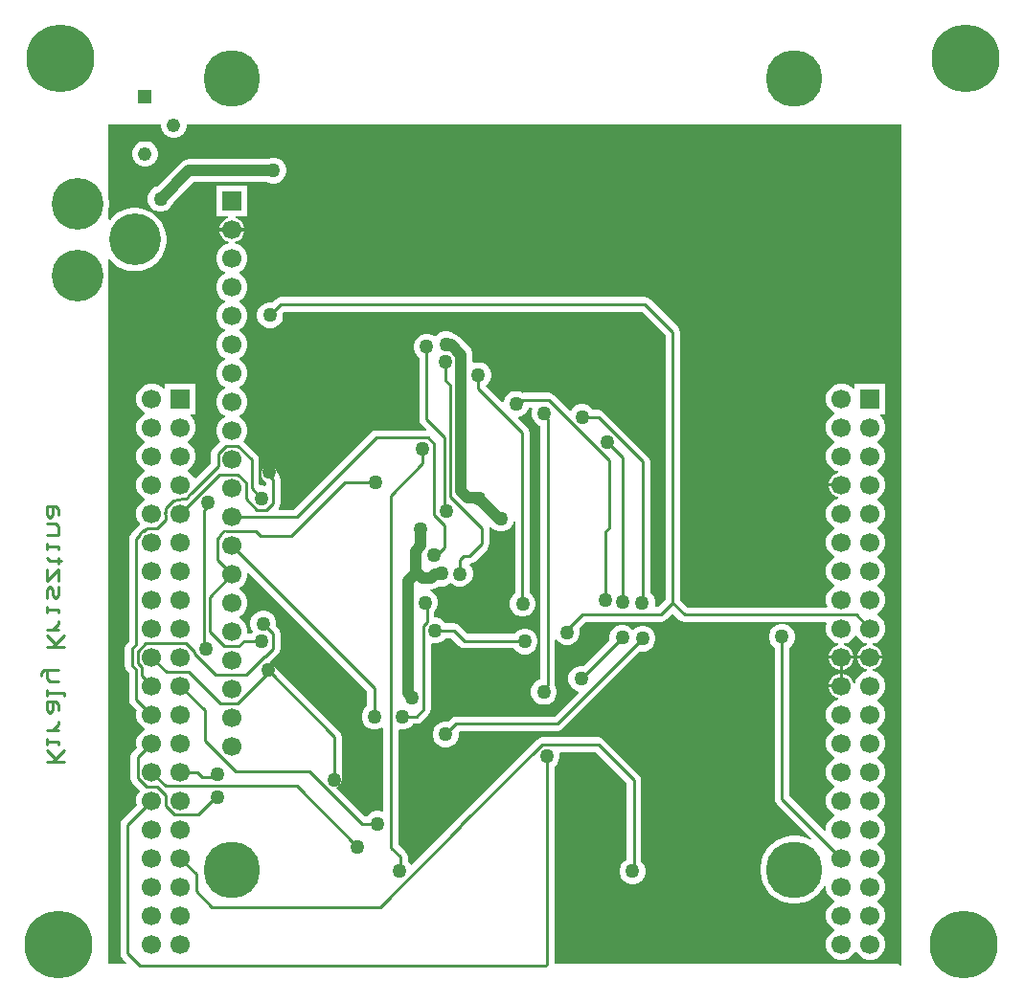
<source format=gbl>
G04*
G04 #@! TF.GenerationSoftware,Altium Limited,Altium Designer,24.2.2 (26)*
G04*
G04 Layer_Physical_Order=2*
G04 Layer_Color=16711680*
%FSLAX25Y25*%
%MOIN*%
G70*
G04*
G04 #@! TF.SameCoordinates,7880CA01-A185-4AAC-BB8A-744F794AF487*
G04*
G04*
G04 #@! TF.FilePolarity,Positive*
G04*
G01*
G75*
%ADD10C,0.01000*%
%ADD35C,0.03937*%
%ADD36C,0.18000*%
%ADD37C,0.04811*%
%ADD38R,0.04811X0.04811*%
%ADD39C,0.06693*%
%ADD40R,0.06693X0.06693*%
%ADD41R,0.06693X0.06693*%
%ADD42C,0.19685*%
%ADD43C,0.23622*%
%ADD44C,0.05000*%
G36*
X38000Y305600D02*
X55795D01*
Y304720D01*
X56095Y303600D01*
X56675Y302595D01*
X57495Y301775D01*
X58499Y301195D01*
X59620Y300894D01*
X60780D01*
X61901Y301195D01*
X62905Y301775D01*
X63725Y302595D01*
X64305Y303600D01*
X64605Y304720D01*
Y305600D01*
X313500D01*
Y12653D01*
X313038Y12462D01*
X312400Y13100D01*
X192549D01*
Y81835D01*
X192763Y81958D01*
X193601Y82796D01*
X194193Y83822D01*
X194500Y84967D01*
Y86151D01*
X194376Y86613D01*
X194681Y87010D01*
X206885D01*
X217751Y76144D01*
Y49413D01*
X217037Y49001D01*
X216199Y48163D01*
X215607Y47137D01*
X215300Y45992D01*
Y44808D01*
X215607Y43663D01*
X216199Y42637D01*
X217037Y41799D01*
X218063Y41207D01*
X219208Y40900D01*
X220392D01*
X221537Y41207D01*
X222563Y41799D01*
X223401Y42637D01*
X223993Y43663D01*
X224300Y44808D01*
Y45992D01*
X223993Y47137D01*
X223401Y48163D01*
X222849Y48715D01*
Y77200D01*
X222655Y78175D01*
X222102Y79002D01*
X209743Y91361D01*
X208916Y91914D01*
X207941Y92108D01*
X188343D01*
X187368Y91914D01*
X186541Y91361D01*
X158391Y63212D01*
X157869Y62431D01*
X143129Y47690D01*
X142633Y47756D01*
X142394Y48170D01*
X141556Y49008D01*
X141549Y49012D01*
Y50400D01*
X141355Y51376D01*
X140802Y52202D01*
X138249Y54756D01*
Y94619D01*
X138646Y94924D01*
X139108Y94800D01*
X140292D01*
X141437Y95107D01*
X142463Y95699D01*
X143301Y96537D01*
X143424Y96751D01*
X144600D01*
X145575Y96945D01*
X146402Y97498D01*
X148852Y99948D01*
X149405Y100775D01*
X149599Y101750D01*
Y124569D01*
X149996Y124874D01*
X150458Y124750D01*
X151642D01*
X152787Y125057D01*
X153813Y125649D01*
X154651Y126487D01*
X154774Y126701D01*
X156594D01*
X159498Y123798D01*
X160325Y123245D01*
X161300Y123051D01*
X178518D01*
X178699Y122737D01*
X179537Y121899D01*
X180563Y121307D01*
X181708Y121000D01*
X182892D01*
X184037Y121307D01*
X185063Y121899D01*
X185901Y122737D01*
X186493Y123763D01*
X186800Y124908D01*
Y126092D01*
X186493Y127237D01*
X185901Y128263D01*
X185063Y129101D01*
X184037Y129693D01*
X182892Y130000D01*
X181708D01*
X180563Y129693D01*
X179537Y129101D01*
X178699Y128263D01*
X178633Y128149D01*
X162356D01*
X159452Y131052D01*
X158625Y131605D01*
X157650Y131799D01*
X154774D01*
X154651Y132013D01*
X153813Y132851D01*
X152787Y133443D01*
X151642Y133750D01*
X150755D01*
Y135791D01*
X151201Y136237D01*
X151793Y137263D01*
X152100Y138408D01*
Y139592D01*
X151793Y140737D01*
X151201Y141763D01*
X150363Y142601D01*
X149337Y143193D01*
X149440Y143683D01*
X149853D01*
X150889Y143820D01*
X151854Y144220D01*
X152417Y144651D01*
X152811Y144546D01*
X153996D01*
X155140Y144853D01*
X156167Y145445D01*
X156554Y145833D01*
X156957Y145431D01*
X157983Y144838D01*
X159128Y144532D01*
X160312D01*
X161457Y144838D01*
X162483Y145431D01*
X163321Y146268D01*
X163913Y147295D01*
X164220Y148439D01*
Y149624D01*
X163913Y150768D01*
X163321Y151795D01*
X163048Y152067D01*
X163261Y152561D01*
X164072Y152723D01*
X164899Y153275D01*
X169265Y157642D01*
X169818Y158468D01*
X170012Y159444D01*
Y164832D01*
X169917Y165312D01*
X169970Y165369D01*
X170373Y165580D01*
X170731Y165305D01*
X171337Y164699D01*
X172363Y164107D01*
X173508Y163800D01*
X174692D01*
X175837Y164107D01*
X176863Y164699D01*
X177701Y165537D01*
X178293Y166563D01*
X178451Y167152D01*
X178951Y167086D01*
Y142267D01*
X178837Y142201D01*
X177999Y141363D01*
X177407Y140337D01*
X177100Y139192D01*
Y138008D01*
X177407Y136863D01*
X177999Y135837D01*
X178837Y134999D01*
X179863Y134407D01*
X181008Y134100D01*
X182192D01*
X183337Y134407D01*
X184363Y134999D01*
X185201Y135837D01*
X185793Y136863D01*
X186100Y138008D01*
Y139192D01*
X185793Y140337D01*
X185201Y141363D01*
X184363Y142201D01*
X184049Y142382D01*
Y198200D01*
X183855Y199176D01*
X183302Y200002D01*
X180083Y203222D01*
X180244Y203767D01*
X181137Y204007D01*
X182163Y204599D01*
X183001Y205437D01*
X183593Y206463D01*
X183724Y206951D01*
X184665D01*
X184957Y206451D01*
X184700Y205492D01*
Y204308D01*
X185007Y203163D01*
X185599Y202137D01*
X186437Y201299D01*
X187463Y200707D01*
X187751Y200629D01*
Y112238D01*
X187213Y112093D01*
X186187Y111501D01*
X185349Y110663D01*
X184757Y109637D01*
X184450Y108492D01*
Y107308D01*
X184757Y106163D01*
X185349Y105137D01*
X186187Y104299D01*
X187213Y103707D01*
X188358Y103400D01*
X189542D01*
X190687Y103707D01*
X191713Y104299D01*
X192551Y105137D01*
X193143Y106163D01*
X193450Y107308D01*
Y108492D01*
X193143Y109637D01*
X192822Y110194D01*
X192849Y110332D01*
Y125924D01*
X193332Y126053D01*
X193399Y125937D01*
X194237Y125099D01*
X195263Y124507D01*
X196408Y124200D01*
X197592D01*
X198737Y124507D01*
X199763Y125099D01*
X200601Y125937D01*
X201193Y126963D01*
X201500Y128108D01*
Y129292D01*
X201226Y130313D01*
X203264Y132351D01*
X229800D01*
X230775Y132545D01*
X231602Y133098D01*
X233800Y135295D01*
X236096Y133000D01*
X236923Y132447D01*
X237898Y132253D01*
X242290D01*
X242300Y132251D01*
X287079D01*
X287434Y131751D01*
X287154Y130704D01*
Y129296D01*
X287518Y127936D01*
X288222Y126717D01*
X289217Y125722D01*
X290436Y125018D01*
X291499Y124733D01*
Y124215D01*
X290828Y124036D01*
X289841Y123465D01*
X289035Y122659D01*
X288464Y121672D01*
X288175Y120591D01*
X292500D01*
X296825D01*
X296536Y121672D01*
X295965Y122659D01*
X295159Y123465D01*
X294172Y124036D01*
X293500Y124215D01*
Y124733D01*
X294564Y125018D01*
X295783Y125722D01*
X296778Y126717D01*
X297211Y127467D01*
X297789D01*
X298222Y126717D01*
X299217Y125722D01*
X300436Y125018D01*
X301500Y124733D01*
Y124215D01*
X300828Y124036D01*
X299841Y123465D01*
X299035Y122659D01*
X298464Y121672D01*
X298175Y120591D01*
X302500D01*
X306825D01*
X306536Y121672D01*
X305965Y122659D01*
X305159Y123465D01*
X304172Y124036D01*
X303501Y124215D01*
Y124733D01*
X304564Y125018D01*
X305783Y125722D01*
X306778Y126717D01*
X307482Y127936D01*
X307846Y129296D01*
Y130704D01*
X307482Y132064D01*
X306778Y133283D01*
X305783Y134278D01*
X305033Y134711D01*
Y135289D01*
X305783Y135722D01*
X306778Y136717D01*
X307482Y137936D01*
X307846Y139296D01*
Y140704D01*
X307482Y142064D01*
X306778Y143283D01*
X305783Y144278D01*
X305033Y144711D01*
Y145289D01*
X305783Y145722D01*
X306778Y146717D01*
X307482Y147936D01*
X307846Y149296D01*
Y150704D01*
X307482Y152064D01*
X306778Y153283D01*
X305783Y154278D01*
X305033Y154711D01*
Y155289D01*
X305783Y155722D01*
X306778Y156717D01*
X307482Y157936D01*
X307846Y159296D01*
Y160704D01*
X307482Y162064D01*
X306778Y163283D01*
X305783Y164278D01*
X305033Y164711D01*
Y165289D01*
X305783Y165722D01*
X306778Y166717D01*
X307482Y167936D01*
X307846Y169296D01*
Y170704D01*
X307482Y172064D01*
X306778Y173283D01*
X305783Y174278D01*
X305033Y174711D01*
Y175289D01*
X305783Y175722D01*
X306778Y176717D01*
X307482Y177936D01*
X307846Y179296D01*
Y180704D01*
X307482Y182064D01*
X306778Y183283D01*
X305783Y184278D01*
X305033Y184711D01*
Y185289D01*
X305783Y185722D01*
X306778Y186717D01*
X307482Y187936D01*
X307846Y189296D01*
Y190704D01*
X307482Y192064D01*
X306778Y193283D01*
X305783Y194278D01*
X305033Y194711D01*
Y195289D01*
X305783Y195722D01*
X306778Y196717D01*
X307482Y197936D01*
X307846Y199296D01*
Y200704D01*
X307482Y202064D01*
X306778Y203283D01*
X305908Y204153D01*
X306084Y204654D01*
X307846D01*
Y215347D01*
X297153D01*
Y213584D01*
X296654Y213407D01*
X295783Y214278D01*
X294564Y214982D01*
X293204Y215347D01*
X291796D01*
X290436Y214982D01*
X289217Y214278D01*
X288222Y213283D01*
X287518Y212064D01*
X287154Y210704D01*
Y209296D01*
X287518Y207936D01*
X288222Y206717D01*
X289217Y205722D01*
X289967Y205289D01*
Y204711D01*
X289217Y204278D01*
X288222Y203283D01*
X287518Y202064D01*
X287154Y200704D01*
Y199296D01*
X287518Y197936D01*
X288222Y196717D01*
X289217Y195722D01*
X289967Y195289D01*
Y194711D01*
X289217Y194278D01*
X288222Y193283D01*
X287518Y192064D01*
X287154Y190704D01*
Y189296D01*
X287518Y187936D01*
X288222Y186717D01*
X289217Y185722D01*
X290436Y185018D01*
X291499Y184733D01*
Y184215D01*
X290828Y184036D01*
X289841Y183465D01*
X289035Y182659D01*
X288464Y181672D01*
X288175Y180591D01*
X292500D01*
Y179409D01*
X288175D01*
X288464Y178328D01*
X289035Y177341D01*
X289841Y176535D01*
X290828Y175964D01*
X291499Y175785D01*
Y175267D01*
X290436Y174982D01*
X289217Y174278D01*
X288222Y173283D01*
X287518Y172064D01*
X287154Y170704D01*
Y169296D01*
X287518Y167936D01*
X288222Y166717D01*
X289217Y165722D01*
X289967Y165289D01*
Y164711D01*
X289217Y164278D01*
X288222Y163283D01*
X287518Y162064D01*
X287154Y160704D01*
Y159296D01*
X287518Y157936D01*
X288222Y156717D01*
X289217Y155722D01*
X289967Y155289D01*
Y154711D01*
X289217Y154278D01*
X288222Y153283D01*
X287518Y152064D01*
X287154Y150704D01*
Y149296D01*
X287518Y147936D01*
X288222Y146717D01*
X289217Y145722D01*
X289967Y145289D01*
Y144711D01*
X289217Y144278D01*
X288222Y143283D01*
X287518Y142064D01*
X287154Y140704D01*
Y139296D01*
X287518Y137936D01*
X287607Y137782D01*
X287357Y137349D01*
X242308D01*
X242298Y137351D01*
X238954D01*
X236349Y139956D01*
Y233300D01*
X236155Y234275D01*
X235602Y235102D01*
X226002Y244702D01*
X225175Y245255D01*
X224200Y245449D01*
X97500D01*
X96525Y245255D01*
X95698Y244702D01*
X94531Y243536D01*
X94292Y243600D01*
X93108D01*
X91963Y243293D01*
X90937Y242701D01*
X90099Y241863D01*
X89507Y240837D01*
X89200Y239692D01*
Y238508D01*
X89507Y237363D01*
X90099Y236337D01*
X90937Y235499D01*
X91963Y234907D01*
X93108Y234600D01*
X94292D01*
X95437Y234907D01*
X96463Y235499D01*
X97301Y236337D01*
X97893Y237363D01*
X98200Y238508D01*
Y239692D01*
X98136Y239931D01*
X98556Y240351D01*
X223144D01*
X231251Y232244D01*
Y139956D01*
X228744Y137449D01*
X227854D01*
X227549Y137846D01*
X227700Y138408D01*
Y139592D01*
X227393Y140737D01*
X226801Y141763D01*
X225963Y142601D01*
X225949Y142609D01*
Y188157D01*
X225755Y189132D01*
X225202Y189959D01*
X209859Y205302D01*
X209032Y205855D01*
X208057Y206049D01*
X205993D01*
X205808Y206370D01*
X204970Y207208D01*
X203944Y207800D01*
X202799Y208107D01*
X201614D01*
X200470Y207800D01*
X199444Y207208D01*
X198606Y206370D01*
X198367Y205956D01*
X197871Y205890D01*
X192459Y211302D01*
X191632Y211855D01*
X190657Y212049D01*
X181762D01*
X181741Y212045D01*
X181137Y212393D01*
X179992Y212700D01*
X178808D01*
X177663Y212393D01*
X176637Y211801D01*
X175799Y210963D01*
X175207Y209937D01*
X174968Y209044D01*
X174422Y208883D01*
X168865Y214440D01*
X168886Y214599D01*
X169724Y215437D01*
X170316Y216463D01*
X170623Y217608D01*
Y218792D01*
X170316Y219937D01*
X169724Y220963D01*
X168886Y221801D01*
X167860Y222393D01*
X166715Y222700D01*
X165530D01*
X164603Y222451D01*
X164103Y222758D01*
Y225271D01*
X163966Y226307D01*
X163567Y227273D01*
X162930Y228101D01*
X159405Y231627D01*
X158576Y232263D01*
X157610Y232663D01*
X157539Y232672D01*
X156637Y233193D01*
X155492Y233500D01*
X154308D01*
X153163Y233193D01*
X152137Y232601D01*
X151299Y231763D01*
X150827Y231780D01*
X149937Y232293D01*
X148792Y232600D01*
X147608D01*
X146463Y232293D01*
X145437Y231701D01*
X144599Y230863D01*
X144007Y229837D01*
X143700Y228692D01*
Y227508D01*
X144007Y226363D01*
X144599Y225337D01*
X145437Y224499D01*
X145651Y224376D01*
Y202922D01*
X145845Y201946D01*
X146398Y201119D01*
X148125Y199392D01*
X147933Y198930D01*
X130631D01*
X129655Y198736D01*
X128828Y198184D01*
X101998Y171353D01*
X96768D01*
X96652Y171634D01*
X96611Y171853D01*
X97155Y172668D01*
X97349Y173643D01*
Y181918D01*
X97155Y182893D01*
X96602Y183720D01*
X95949Y184373D01*
Y184400D01*
X95755Y185375D01*
X95202Y186202D01*
X94375Y186755D01*
X93400Y186949D01*
X92424Y186755D01*
X91598Y186202D01*
X91045Y185375D01*
X90851Y184400D01*
Y183318D01*
X91045Y182342D01*
X91598Y181515D01*
X92251Y180862D01*
Y179981D01*
X91854Y179676D01*
X91392Y179800D01*
X90208D01*
X89825Y180208D01*
Y188812D01*
X89631Y189787D01*
X89079Y190614D01*
X84440Y195253D01*
X84708Y195521D01*
X85412Y196740D01*
X85777Y198100D01*
Y199508D01*
X85412Y200868D01*
X84708Y202087D01*
X83713Y203082D01*
X82963Y203516D01*
Y204093D01*
X83713Y204526D01*
X84709Y205522D01*
X85413Y206741D01*
X85777Y208101D01*
Y209508D01*
X85413Y210868D01*
X84709Y212087D01*
X83713Y213083D01*
X82963Y213516D01*
Y214093D01*
X83713Y214526D01*
X84709Y215522D01*
X85413Y216741D01*
X85777Y218101D01*
Y219508D01*
X85413Y220868D01*
X84709Y222087D01*
X83713Y223083D01*
X82963Y223516D01*
Y224093D01*
X83713Y224526D01*
X84709Y225522D01*
X85413Y226741D01*
X85777Y228100D01*
Y229508D01*
X85413Y230868D01*
X84709Y232087D01*
X83713Y233083D01*
X82963Y233516D01*
Y234093D01*
X83713Y234526D01*
X84709Y235522D01*
X85413Y236741D01*
X85777Y238101D01*
Y239508D01*
X85413Y240868D01*
X84709Y242087D01*
X83713Y243083D01*
X82963Y243516D01*
Y244093D01*
X83714Y244527D01*
X84709Y245522D01*
X85413Y246741D01*
X85777Y248101D01*
Y249509D01*
X85413Y250868D01*
X84709Y252087D01*
X83714Y253083D01*
X82963Y253516D01*
Y254093D01*
X83714Y254526D01*
X84709Y255522D01*
X85413Y256741D01*
X85777Y258101D01*
Y259509D01*
X85413Y260868D01*
X84709Y262087D01*
X83714Y263083D01*
X82494Y263787D01*
X81431Y264072D01*
Y264589D01*
X82102Y264769D01*
X83090Y265339D01*
X83896Y266146D01*
X84466Y267133D01*
X84756Y268214D01*
X80431D01*
X76105D01*
X76395Y267133D01*
X76965Y266146D01*
X77772Y265339D01*
X78759Y264769D01*
X79430Y264589D01*
Y264072D01*
X78367Y263787D01*
X77148Y263083D01*
X76152Y262087D01*
X75449Y260868D01*
X75084Y259509D01*
Y258101D01*
X75449Y256741D01*
X76152Y255522D01*
X77148Y254526D01*
X77898Y254093D01*
Y253516D01*
X77148Y253083D01*
X76152Y252087D01*
X75449Y250868D01*
X75084Y249509D01*
Y248101D01*
X75449Y246741D01*
X76152Y245522D01*
X77148Y244527D01*
X77898Y244093D01*
Y243516D01*
X77148Y243083D01*
X76152Y242087D01*
X75448Y240868D01*
X75084Y239508D01*
Y238101D01*
X75448Y236741D01*
X76152Y235522D01*
X77148Y234526D01*
X77898Y234093D01*
Y233516D01*
X77148Y233083D01*
X76152Y232087D01*
X75448Y230868D01*
X75084Y229508D01*
Y228100D01*
X75448Y226741D01*
X76152Y225522D01*
X77148Y224526D01*
X77898Y224093D01*
Y223516D01*
X77148Y223083D01*
X76152Y222087D01*
X75448Y220868D01*
X75084Y219508D01*
Y218101D01*
X75448Y216741D01*
X76152Y215522D01*
X77148Y214526D01*
X77898Y214093D01*
Y213516D01*
X77148Y213083D01*
X76152Y212087D01*
X75448Y210868D01*
X75084Y209508D01*
Y208101D01*
X75448Y206741D01*
X76152Y205522D01*
X77148Y204526D01*
X77898Y204093D01*
Y203516D01*
X77147Y203082D01*
X76152Y202087D01*
X75448Y200868D01*
X75084Y199508D01*
Y198100D01*
X75448Y196740D01*
X76152Y195521D01*
X76420Y195253D01*
X73781Y192614D01*
X73229Y191787D01*
X73035Y190812D01*
Y187442D01*
X67912Y182319D01*
X67287Y182402D01*
X66778Y183283D01*
X65783Y184278D01*
X65033Y184711D01*
Y185289D01*
X65783Y185722D01*
X66778Y186717D01*
X67482Y187936D01*
X67847Y189296D01*
Y190704D01*
X67482Y192064D01*
X66778Y193283D01*
X65783Y194278D01*
X65033Y194711D01*
Y195289D01*
X65783Y195722D01*
X66778Y196717D01*
X67482Y197936D01*
X67847Y199296D01*
Y200704D01*
X67482Y202064D01*
X66778Y203283D01*
X65908Y204153D01*
X66084Y204654D01*
X67847D01*
Y215347D01*
X57153D01*
Y213584D01*
X56653Y213407D01*
X55783Y214278D01*
X54564Y214982D01*
X53204Y215347D01*
X51796D01*
X50436Y214982D01*
X49217Y214278D01*
X48222Y213283D01*
X47518Y212064D01*
X47154Y210704D01*
Y209296D01*
X47518Y207936D01*
X48222Y206717D01*
X49217Y205722D01*
X49967Y205289D01*
Y204711D01*
X49217Y204278D01*
X48222Y203283D01*
X47518Y202064D01*
X47154Y200704D01*
Y199296D01*
X47518Y197936D01*
X48222Y196717D01*
X49217Y195722D01*
X49967Y195289D01*
Y194711D01*
X49217Y194278D01*
X48222Y193283D01*
X47518Y192064D01*
X47154Y190704D01*
Y189296D01*
X47518Y187936D01*
X48222Y186717D01*
X49217Y185722D01*
X49967Y185289D01*
Y184711D01*
X49217Y184278D01*
X48222Y183283D01*
X47518Y182064D01*
X47154Y180704D01*
Y179296D01*
X47518Y177936D01*
X48222Y176717D01*
X49217Y175722D01*
X49967Y175289D01*
Y174711D01*
X49217Y174278D01*
X48222Y173283D01*
X47518Y172064D01*
X47154Y170704D01*
Y169296D01*
X47518Y167936D01*
X48222Y166717D01*
X48420Y166519D01*
X48399Y166308D01*
X48231Y166000D01*
X47280Y165220D01*
X46459Y164219D01*
X46357Y164117D01*
X46126Y163773D01*
X45398Y163045D01*
X44845Y162218D01*
X44651Y161242D01*
Y125438D01*
X43851Y124638D01*
X43299Y123811D01*
X43105Y122836D01*
Y117164D01*
X43299Y116189D01*
X43851Y115362D01*
X44651Y114562D01*
Y105300D01*
X44845Y104325D01*
X44845Y104324D01*
X45398Y103498D01*
X45691Y103205D01*
X47373Y101522D01*
X47154Y100704D01*
Y99296D01*
X47518Y97936D01*
X48222Y96717D01*
X49217Y95722D01*
X49967Y95289D01*
Y94711D01*
X49217Y94278D01*
X48222Y93283D01*
X47518Y92064D01*
X47154Y90704D01*
Y89296D01*
X47373Y88478D01*
X45851Y86956D01*
X45299Y86129D01*
X45105Y85154D01*
Y77992D01*
X45299Y77017D01*
X45851Y76190D01*
X48490Y73551D01*
X48222Y73283D01*
X47518Y72064D01*
X47154Y70704D01*
Y69296D01*
X47373Y68478D01*
X42298Y63402D01*
X41745Y62576D01*
X41551Y61600D01*
Y16800D01*
X41745Y15824D01*
X42298Y14998D01*
X43733Y13562D01*
X43542Y13100D01*
X37500D01*
Y258402D01*
X37975Y258556D01*
X38210Y258234D01*
X39434Y257010D01*
X40835Y255992D01*
X42377Y255206D01*
X44024Y254671D01*
X45734Y254400D01*
X47466D01*
X49176Y254671D01*
X50823Y255206D01*
X52365Y255992D01*
X53766Y257010D01*
X54990Y258234D01*
X56008Y259635D01*
X56794Y261177D01*
X57329Y262824D01*
X57600Y264534D01*
Y266266D01*
X57329Y267976D01*
X56794Y269622D01*
X56008Y271165D01*
X54990Y272566D01*
X53766Y273790D01*
X52365Y274808D01*
X50823Y275594D01*
X49176Y276129D01*
X47466Y276400D01*
X45734D01*
X44024Y276129D01*
X42377Y275594D01*
X40835Y274808D01*
X39434Y273790D01*
X38210Y272566D01*
X37975Y272244D01*
X37500Y272398D01*
Y276403D01*
X37600Y277034D01*
Y278766D01*
X37500Y279397D01*
Y305447D01*
X37962Y305638D01*
X38000Y305600D01*
D02*
G37*
G36*
X127351Y108278D02*
Y102909D01*
X127337Y102901D01*
X126499Y102063D01*
X125907Y101037D01*
X125600Y99892D01*
Y98708D01*
X125907Y97563D01*
X126499Y96537D01*
X127337Y95699D01*
X128363Y95107D01*
X129508Y94800D01*
X130692D01*
X131837Y95107D01*
X132651Y95577D01*
X133151Y95315D01*
Y66435D01*
X132651Y66143D01*
X131692Y66400D01*
X130508D01*
X129363Y66093D01*
X128337Y65501D01*
X127499Y64663D01*
X127375Y64449D01*
X126799D01*
X116821Y74427D01*
X116930Y74900D01*
X116996Y74959D01*
X117802Y75498D01*
X118355Y76324D01*
X118549Y77300D01*
Y92300D01*
X118355Y93275D01*
X117802Y94102D01*
X94702Y117202D01*
X93875Y117755D01*
X93738Y117782D01*
X93633Y118313D01*
X93729Y118377D01*
X96502Y121151D01*
X97055Y121978D01*
X97249Y122953D01*
Y128300D01*
X97055Y129276D01*
X96502Y130102D01*
X95736Y130869D01*
X95800Y131108D01*
Y132292D01*
X95493Y133437D01*
X94901Y134463D01*
X94063Y135301D01*
X93037Y135893D01*
X91892Y136200D01*
X90708D01*
X89563Y135893D01*
X88537Y135301D01*
X87699Y134463D01*
X87107Y133437D01*
X86800Y132292D01*
Y131108D01*
X87107Y129963D01*
X87690Y128954D01*
X87099Y128363D01*
X86976Y128149D01*
X85776D01*
Y129508D01*
X85412Y130867D01*
X84708Y132087D01*
X83713Y133082D01*
X82962Y133515D01*
Y134092D01*
X83713Y134526D01*
X84708Y135521D01*
X85412Y136740D01*
X85776Y138100D01*
Y139508D01*
X85412Y140867D01*
X84708Y142087D01*
X83713Y143082D01*
X82962Y143515D01*
Y144092D01*
X83713Y144526D01*
X84708Y145521D01*
X85412Y146740D01*
X85776Y148100D01*
Y149145D01*
X86276Y149353D01*
X127351Y108278D01*
D02*
G37*
%LPC*%
G36*
X50780Y299706D02*
X49620D01*
X48500Y299405D01*
X47495Y298825D01*
X46675Y298005D01*
X46095Y297001D01*
X45794Y295880D01*
Y294720D01*
X46095Y293600D01*
X46675Y292595D01*
X47495Y291775D01*
X48500Y291195D01*
X49620Y290895D01*
X50780D01*
X51901Y291195D01*
X52905Y291775D01*
X53725Y292595D01*
X54305Y293600D01*
X54606Y294720D01*
Y295880D01*
X54305Y297001D01*
X53725Y298005D01*
X52905Y298825D01*
X51901Y299405D01*
X50780Y299706D01*
D02*
G37*
G36*
X95392Y294000D02*
X94208D01*
X93063Y293693D01*
X92733Y293503D01*
X65500D01*
X64464Y293366D01*
X63499Y292967D01*
X62670Y292330D01*
X54231Y283892D01*
X53863Y283793D01*
X52837Y283201D01*
X51999Y282363D01*
X51407Y281337D01*
X51100Y280192D01*
Y279008D01*
X51407Y277863D01*
X51999Y276837D01*
X52837Y275999D01*
X53863Y275407D01*
X55008Y275100D01*
X56192D01*
X57337Y275407D01*
X58363Y275999D01*
X59201Y276837D01*
X59793Y277863D01*
X59892Y278231D01*
X67158Y285497D01*
X92733D01*
X93063Y285307D01*
X94208Y285000D01*
X95392D01*
X96537Y285307D01*
X97563Y285899D01*
X98401Y286737D01*
X98993Y287763D01*
X99300Y288908D01*
Y290092D01*
X98993Y291237D01*
X98401Y292263D01*
X97563Y293101D01*
X96537Y293693D01*
X95392Y294000D01*
D02*
G37*
G36*
X85777Y284151D02*
X75084D01*
Y273458D01*
X79134D01*
X79199Y272958D01*
X78759Y272840D01*
X77772Y272270D01*
X76965Y271464D01*
X76395Y270476D01*
X76105Y269395D01*
X80431D01*
X84756D01*
X84466Y270476D01*
X83896Y271464D01*
X83090Y272270D01*
X82102Y272840D01*
X81662Y272958D01*
X81728Y273458D01*
X85777D01*
Y284151D01*
D02*
G37*
G36*
X216849Y131257D02*
X215664D01*
X214520Y130950D01*
X213494Y130358D01*
X212656Y129520D01*
X212063Y128494D01*
X211757Y127349D01*
Y126164D01*
X211821Y125926D01*
X202831Y116936D01*
X202592Y117000D01*
X201408D01*
X200263Y116693D01*
X199237Y116101D01*
X198399Y115263D01*
X197807Y114237D01*
X197500Y113092D01*
Y111908D01*
X197807Y110763D01*
X198399Y109737D01*
X199237Y108899D01*
X200263Y108307D01*
X200757Y108174D01*
X200887Y107691D01*
X192544Y99349D01*
X158500D01*
X157525Y99155D01*
X156698Y98602D01*
X155624Y97529D01*
X155385Y97593D01*
X154200D01*
X153056Y97286D01*
X152030Y96694D01*
X151192Y95856D01*
X150600Y94830D01*
X150293Y93685D01*
Y92501D01*
X150600Y91356D01*
X151192Y90330D01*
X152030Y89492D01*
X153056Y88900D01*
X154200Y88593D01*
X155385D01*
X156530Y88900D01*
X157556Y89492D01*
X158394Y90330D01*
X158986Y91356D01*
X159293Y92501D01*
Y93685D01*
X159240Y93882D01*
X159561Y94251D01*
X193600D01*
X194576Y94445D01*
X195402Y94998D01*
X222469Y122064D01*
X222708Y122000D01*
X223892D01*
X225037Y122307D01*
X226063Y122899D01*
X226901Y123737D01*
X227493Y124763D01*
X227800Y125908D01*
Y127092D01*
X227493Y128237D01*
X226901Y129263D01*
X226063Y130101D01*
X225037Y130693D01*
X223892Y131000D01*
X222708D01*
X221563Y130693D01*
X220537Y130101D01*
X219944Y129508D01*
X219858Y129520D01*
X219020Y130358D01*
X217994Y130950D01*
X216849Y131257D01*
D02*
G37*
G36*
X296825Y119409D02*
X293091D01*
Y115675D01*
X294172Y115964D01*
X295159Y116535D01*
X295965Y117341D01*
X296536Y118328D01*
X296825Y119409D01*
D02*
G37*
G36*
X291910D02*
X288175D01*
X288464Y118328D01*
X289035Y117341D01*
X289841Y116535D01*
X290828Y115964D01*
X291910Y115675D01*
Y119409D01*
D02*
G37*
G36*
Y114325D02*
X290828Y114036D01*
X289841Y113465D01*
X289035Y112659D01*
X288464Y111672D01*
X288175Y110591D01*
X291910D01*
Y114325D01*
D02*
G37*
G36*
X272392Y131600D02*
X271208D01*
X270063Y131293D01*
X269037Y130701D01*
X268199Y129863D01*
X267607Y128837D01*
X267300Y127692D01*
Y126508D01*
X267607Y125363D01*
X268199Y124337D01*
X269037Y123499D01*
X269251Y123375D01*
Y70700D01*
X269445Y69725D01*
X269998Y68898D01*
X282081Y56814D01*
X281783Y56405D01*
X280646Y56984D01*
X278873Y57560D01*
X277032Y57852D01*
X275168D01*
X273327Y57560D01*
X271554Y56984D01*
X269893Y56138D01*
X268385Y55042D01*
X267067Y53724D01*
X265971Y52216D01*
X265125Y50555D01*
X264549Y48783D01*
X264258Y46942D01*
Y45077D01*
X264549Y43236D01*
X265125Y41464D01*
X265971Y39803D01*
X267067Y38295D01*
X268385Y36977D01*
X269893Y35881D01*
X271554Y35035D01*
X273327Y34459D01*
X275168Y34167D01*
X277032D01*
X278873Y34459D01*
X280646Y35035D01*
X282307Y35881D01*
X283815Y36977D01*
X285133Y38295D01*
X286229Y39803D01*
X286653Y40637D01*
X287154Y40516D01*
Y39296D01*
X287518Y37936D01*
X288222Y36717D01*
X289217Y35722D01*
X289967Y35289D01*
Y34711D01*
X289217Y34278D01*
X288222Y33283D01*
X287518Y32064D01*
X287154Y30704D01*
Y29296D01*
X287518Y27936D01*
X288222Y26717D01*
X289217Y25722D01*
X289967Y25289D01*
Y24711D01*
X289217Y24278D01*
X288222Y23283D01*
X287518Y22064D01*
X287154Y20704D01*
Y19296D01*
X287518Y17936D01*
X288222Y16717D01*
X289217Y15722D01*
X290436Y15018D01*
X291796Y14654D01*
X293204D01*
X294564Y15018D01*
X295783Y15722D01*
X296778Y16717D01*
X297211Y17467D01*
X297789D01*
X298222Y16717D01*
X299217Y15722D01*
X300436Y15018D01*
X301796Y14654D01*
X303204D01*
X304564Y15018D01*
X305783Y15722D01*
X306778Y16717D01*
X307482Y17936D01*
X307846Y19296D01*
Y20704D01*
X307482Y22064D01*
X306778Y23283D01*
X305783Y24278D01*
X305033Y24711D01*
Y25289D01*
X305783Y25722D01*
X306778Y26717D01*
X307482Y27936D01*
X307846Y29296D01*
Y30704D01*
X307482Y32064D01*
X306778Y33283D01*
X305783Y34278D01*
X305033Y34711D01*
Y35289D01*
X305783Y35722D01*
X306778Y36717D01*
X307482Y37936D01*
X307846Y39296D01*
Y40704D01*
X307482Y42064D01*
X306778Y43283D01*
X305783Y44278D01*
X305033Y44711D01*
Y45289D01*
X305783Y45722D01*
X306778Y46717D01*
X307482Y47936D01*
X307846Y49296D01*
Y50704D01*
X307482Y52064D01*
X306778Y53283D01*
X305783Y54278D01*
X305033Y54711D01*
Y55289D01*
X305783Y55722D01*
X306778Y56717D01*
X307482Y57936D01*
X307846Y59296D01*
Y60704D01*
X307482Y62064D01*
X306778Y63283D01*
X305783Y64278D01*
X305033Y64711D01*
Y65289D01*
X305783Y65722D01*
X306778Y66717D01*
X307482Y67936D01*
X307846Y69296D01*
Y70704D01*
X307482Y72064D01*
X306778Y73283D01*
X305783Y74278D01*
X305033Y74711D01*
Y75289D01*
X305783Y75722D01*
X306778Y76717D01*
X307482Y77936D01*
X307846Y79296D01*
Y80704D01*
X307482Y82064D01*
X306778Y83283D01*
X305783Y84278D01*
X305033Y84711D01*
Y85289D01*
X305783Y85722D01*
X306778Y86717D01*
X307482Y87936D01*
X307846Y89296D01*
Y90704D01*
X307482Y92064D01*
X306778Y93283D01*
X305783Y94278D01*
X305033Y94711D01*
Y95289D01*
X305783Y95722D01*
X306778Y96717D01*
X307482Y97936D01*
X307846Y99296D01*
Y100704D01*
X307482Y102064D01*
X306778Y103283D01*
X305783Y104278D01*
X305033Y104711D01*
Y105289D01*
X305783Y105722D01*
X306778Y106717D01*
X307482Y107936D01*
X307846Y109296D01*
Y110704D01*
X307482Y112064D01*
X306778Y113283D01*
X305783Y114278D01*
X304564Y114982D01*
X303501Y115267D01*
Y115785D01*
X304172Y115964D01*
X305159Y116535D01*
X305965Y117341D01*
X306536Y118328D01*
X306825Y119409D01*
X302500D01*
X298175D01*
X298464Y118328D01*
X299035Y117341D01*
X299841Y116535D01*
X300828Y115964D01*
X301500Y115785D01*
Y115267D01*
X300436Y114982D01*
X299217Y114278D01*
X298222Y113283D01*
X297518Y112064D01*
X297233Y111001D01*
X296715D01*
X296536Y111672D01*
X295965Y112659D01*
X295159Y113465D01*
X294172Y114036D01*
X293091Y114325D01*
Y110000D01*
X292500D01*
Y109409D01*
X288175D01*
X288464Y108328D01*
X289035Y107341D01*
X289841Y106535D01*
X290828Y105964D01*
X291499Y105785D01*
Y105267D01*
X290436Y104982D01*
X289217Y104278D01*
X288222Y103283D01*
X287518Y102064D01*
X287154Y100704D01*
Y99296D01*
X287518Y97936D01*
X288222Y96717D01*
X289217Y95722D01*
X289967Y95289D01*
Y94711D01*
X289217Y94278D01*
X288222Y93283D01*
X287518Y92064D01*
X287154Y90704D01*
Y89296D01*
X287518Y87936D01*
X288222Y86717D01*
X289217Y85722D01*
X289967Y85289D01*
Y84711D01*
X289217Y84278D01*
X288222Y83283D01*
X287518Y82064D01*
X287154Y80704D01*
Y79296D01*
X287518Y77936D01*
X288222Y76717D01*
X289217Y75722D01*
X289967Y75289D01*
Y74711D01*
X289217Y74278D01*
X288222Y73283D01*
X287518Y72064D01*
X287154Y70704D01*
Y69296D01*
X287518Y67936D01*
X288222Y66717D01*
X289217Y65722D01*
X289967Y65289D01*
Y64711D01*
X289217Y64278D01*
X288222Y63283D01*
X287518Y62064D01*
X287154Y60704D01*
Y59658D01*
X286653Y59451D01*
X274349Y71756D01*
Y123375D01*
X274563Y123499D01*
X275401Y124337D01*
X275993Y125363D01*
X276300Y126508D01*
Y127692D01*
X275993Y128837D01*
X275401Y129863D01*
X274563Y130701D01*
X273537Y131293D01*
X272392Y131600D01*
D02*
G37*
%LPD*%
D10*
X75543Y161142D02*
G03*
X75538Y161132I887J-463D01*
G01*
X77603Y163686D02*
G03*
X75543Y161142I5357J-6444D01*
G01*
X78238Y163914D02*
G03*
X77603Y163686I0J-1000D01*
G01*
X65424Y176135D02*
G03*
X66365Y177076I-2923J3865D01*
G01*
X63350Y175229D02*
G03*
X63439Y175245I-850J4771D01*
G01*
X49802Y164026D02*
G03*
X48474Y162698I2698J-4026D01*
G01*
X57333Y169633D02*
G03*
X57333Y170367I-4833J367D01*
G01*
X44100Y16800D02*
X48500Y12400D01*
X189414D02*
X190000Y12986D01*
Y85559D01*
X48500Y12400D02*
X189414D01*
X147050Y130907D02*
X148206Y132063D01*
Y138394D01*
X147600Y139000D02*
X148206Y138394D01*
X181500Y138700D02*
X181600Y138600D01*
X181500Y138700D02*
Y198200D01*
X166000Y213700D02*
X181500Y198200D01*
X161300Y125600D02*
X182200D01*
X182300Y125500D01*
X157650Y129250D02*
X161300Y125600D01*
X74800Y71100D02*
X75400D01*
X68853Y65153D02*
X74800Y71100D01*
X219800Y45400D02*
X220300Y45900D01*
Y77200D01*
X132043Y33000D02*
X160193Y61150D01*
X73500Y33000D02*
X132043D01*
X188343Y89559D02*
X207941D01*
X220300Y77200D01*
X68100Y38400D02*
X73500Y33000D01*
X103053Y168804D02*
X130631Y196381D01*
X90372Y162300D02*
X101100D01*
X80430Y168804D02*
X103053D01*
X88758Y163914D02*
X90372Y162300D01*
X78238Y163914D02*
X88758D01*
X94800Y173643D02*
Y181918D01*
X93400Y183318D02*
Y184400D01*
Y183318D02*
X94800Y181918D01*
X75430Y160919D02*
X75538Y161132D01*
X75430Y160680D02*
X75430Y160919D01*
X75430Y153804D02*
Y160680D01*
X70600Y123620D02*
Y171361D01*
X71928Y172689D02*
Y173772D01*
X70600Y171361D02*
X71928Y172689D01*
X70600Y123620D02*
X71222Y122998D01*
X101100Y162300D02*
X119600Y180800D01*
X130631Y196381D02*
X148619D01*
X119600Y180800D02*
X130400D01*
X154631Y216538D02*
Y223006D01*
Y216538D02*
X156500Y214670D01*
Y175795D02*
Y214670D01*
Y175795D02*
X167463Y164832D01*
Y159444D02*
Y164832D01*
X159720Y149031D02*
Y153733D01*
X161064Y155078D01*
X163097D01*
X147050Y101750D02*
Y130907D01*
X139700Y99300D02*
X144600D01*
X147050Y101750D01*
X151759Y155705D02*
X154375Y158322D01*
X150814Y155705D02*
X151759D01*
X154375Y158322D02*
Y165911D01*
X150781Y169505D02*
X154375Y165911D01*
X135700Y53700D02*
Y176300D01*
Y53700D02*
X139000Y50400D01*
X135700Y176300D02*
X146781Y187381D01*
X151050Y129250D02*
X157650D01*
X154500Y171443D02*
X155122Y170822D01*
X166000Y213700D02*
Y218077D01*
X154500Y171443D02*
Y196622D01*
X148200Y202922D02*
X154500Y196622D01*
X148200Y202922D02*
Y228100D01*
X166000Y218077D02*
X166123Y218200D01*
X197000Y129692D02*
X202208Y134900D01*
X229800D01*
X197000Y128700D02*
Y129692D01*
X188950Y107900D02*
Y108982D01*
X189200Y203818D02*
X190300Y202718D01*
Y110332D02*
Y202718D01*
X189200Y203818D02*
Y204900D01*
X188950Y108982D02*
X190300Y110332D01*
X202000Y112500D02*
X216257Y126757D01*
X75584Y186386D02*
Y190812D01*
X76151Y183651D02*
X82437D01*
X62500Y170000D02*
X76151Y183651D01*
X66649Y177452D02*
X75584Y186386D01*
X87277Y178823D02*
Y188812D01*
X82437Y193650D02*
X87277Y188812D01*
X75584Y190812D02*
X78423Y193650D01*
X87277Y178823D02*
X90800Y175300D01*
X85277Y175167D02*
Y180812D01*
X89143Y171300D02*
X92457D01*
X82437Y183651D02*
X85277Y180812D01*
Y175167D02*
X89143Y171300D01*
X92457D02*
X94800Y173643D01*
X78423Y193650D02*
X82437D01*
X66365Y177076D02*
X66649Y177452D01*
X64090Y175374D02*
X64571D01*
X65048Y175851D01*
X63439Y175245D02*
X64090Y175374D01*
X65048Y175851D02*
X65424Y176135D01*
X90800Y175300D02*
Y175300D01*
X116000Y77300D02*
Y92300D01*
X92900Y115400D02*
X116000Y92300D01*
X81700Y80200D02*
X107443D01*
X125743Y61900D02*
X131100D01*
X107443Y80200D02*
X125743Y61900D01*
X71053Y90847D02*
X81700Y80200D01*
X102900Y75100D02*
X124100Y53900D01*
X57400Y75100D02*
X102900D01*
X82437Y103957D02*
X92900Y114420D01*
X76260Y103957D02*
X82437D01*
X65371Y114847D02*
X76260Y103957D01*
X47653Y117992D02*
Y122008D01*
X57653Y114847D02*
X65371D01*
X47653Y122008D02*
X50493Y124846D01*
X52500Y120000D02*
X57653Y114847D01*
X67347Y121217D02*
X74760Y113803D01*
X49200Y113554D02*
Y116446D01*
X67347Y121217D02*
Y122008D01*
X49200Y113554D02*
X52500Y110254D01*
X50493Y124846D02*
X64508D01*
X52500Y110000D02*
Y110254D01*
X47653Y117992D02*
X49200Y116446D01*
X64508Y124846D02*
X67347Y122008D01*
X47200Y105300D02*
Y115618D01*
X92900Y114420D02*
Y115400D01*
X45654Y117164D02*
Y122836D01*
Y117164D02*
X47200Y115618D01*
Y124382D02*
Y161242D01*
X74760Y113803D02*
X85460D01*
X45654Y122836D02*
X47200Y124382D01*
Y161242D02*
X48104Y162146D01*
X85460Y113803D02*
X91837Y120180D01*
X91927D01*
X94700Y122953D01*
Y128300D01*
X84559Y125600D02*
X90700D01*
X91300Y131700D02*
X94700Y128300D01*
X82759Y123800D02*
X84559Y125600D01*
X72600Y129000D02*
X77800Y123800D01*
X82759D01*
X180462Y208200D02*
X181762Y209500D01*
X179400Y208200D02*
X180462D01*
X190657Y209500D02*
X211600Y188557D01*
X181762Y209500D02*
X190657D01*
X202314Y203500D02*
X208057D01*
X211600Y165043D02*
Y188557D01*
X202207Y203607D02*
X202314Y203500D01*
X223400Y140500D02*
Y188157D01*
X208057Y203500D02*
X223400Y188157D01*
X146781Y187381D02*
Y192381D01*
X150781Y169505D02*
Y194219D01*
X148619Y196381D02*
X150781Y194219D01*
X193600Y96800D02*
X223300Y126500D01*
X158500Y96800D02*
X193600D01*
X210337Y139941D02*
Y163780D01*
X211600Y165043D01*
X160193Y61150D02*
Y61409D01*
X188343Y89559D01*
X139000Y45614D02*
Y50400D01*
X138793Y45407D02*
X139000Y45614D01*
X68472Y80000D02*
X70138Y78335D01*
X74535D01*
X75300Y79100D01*
X129900Y99500D02*
X130100Y99300D01*
X129900Y99500D02*
Y109334D01*
X163097Y155078D02*
X167463Y159444D01*
X60160Y174660D02*
X63350Y175229D01*
X48104Y162146D02*
X48474Y162698D01*
X50958Y165000D02*
X54500D01*
X57313Y167813D02*
Y169375D01*
X54500Y165000D02*
X57313Y167813D01*
Y171813D02*
X60160Y174660D01*
X57313Y170625D02*
X57333Y170367D01*
X57313Y169375D02*
X57333Y169633D01*
X57313Y170625D02*
Y171813D01*
X75430Y153804D02*
X75723Y153511D01*
X80430Y148804D01*
X57500Y68146D02*
X60492Y65153D01*
X68853D01*
X54507Y74847D02*
X57500Y71854D01*
X50800Y74847D02*
X54507D01*
X47653Y77992D02*
X50800Y74847D01*
X57500Y68146D02*
Y71854D01*
X47653Y77992D02*
Y85154D01*
X52500Y90000D01*
Y80000D02*
X57400Y75100D01*
X68100Y38400D02*
Y44400D01*
X62500Y50000D02*
X68100Y44400D01*
X229800Y134900D02*
X233800Y138900D01*
X242298Y134802D02*
X242300Y134800D01*
X233800Y138900D02*
X237898Y134802D01*
X242298D01*
X242300Y134800D02*
X291830D01*
X297700D02*
X302500Y130000D01*
X291877Y134846D02*
X292551D01*
X292552Y134846D01*
X291830Y134800D02*
X291877Y134846D01*
X296872Y134800D02*
X297700Y134800D01*
X292552Y134846D02*
X296872Y134800D01*
X233800Y138900D02*
Y233300D01*
X224200Y242900D02*
X233800Y233300D01*
X216300Y139275D02*
Y189600D01*
X211000Y194900D02*
X216300Y189600D01*
X47200Y105300D02*
X47493Y105007D01*
X49802Y164026D02*
X50353Y164396D01*
X50958Y165000D01*
X47493Y105007D02*
X52500Y100000D01*
X71053Y90847D02*
Y101447D01*
X80430Y158804D02*
X129900Y109334D01*
X97500Y242900D02*
X224200D01*
X93700Y239100D02*
X97500Y242900D01*
X154793Y93093D02*
X158500Y96800D01*
X62500Y110000D02*
X71053Y101447D01*
X44100Y16800D02*
Y61600D01*
X52500Y70000D01*
X271800Y70700D02*
X292500Y50000D01*
X271800Y70700D02*
Y127100D01*
X72600Y129000D02*
Y140974D01*
X80430Y148804D01*
X62500Y80000D02*
X68472D01*
X22098Y83500D02*
X16100D01*
X18099D01*
X22098Y87499D01*
X19099Y84500D01*
X16100Y87499D01*
Y89498D02*
Y91497D01*
Y90498D01*
X20099D01*
Y89498D01*
Y94496D02*
X16100D01*
X18099D01*
X19099Y95496D01*
X20099Y96496D01*
Y97496D01*
Y101494D02*
Y103493D01*
X19099Y104493D01*
X16100D01*
Y101494D01*
X17100Y100495D01*
X18099Y101494D01*
Y104493D01*
X16100Y106493D02*
Y108492D01*
Y107492D01*
X22098D01*
Y106493D01*
X20099Y111491D02*
X17100D01*
X16100Y112491D01*
Y115490D01*
X15100D01*
X14101Y114490D01*
Y113490D01*
X16100Y115490D02*
X20099D01*
X22098Y123487D02*
X16100D01*
X18099D01*
X22098Y127486D01*
X19099Y124487D01*
X16100Y127486D01*
X20099Y129485D02*
X16100D01*
X18099D01*
X19099Y130485D01*
X20099Y131484D01*
Y132484D01*
X16100Y135483D02*
Y137483D01*
Y136483D01*
X20099D01*
Y135483D01*
X16100Y140482D02*
Y143481D01*
X17100Y144480D01*
X18099Y143481D01*
Y141481D01*
X19099Y140482D01*
X20099Y141481D01*
Y144480D01*
Y146480D02*
Y150478D01*
X16100Y146480D01*
Y150478D01*
X21098Y153477D02*
X20099D01*
Y152478D01*
Y154477D01*
Y153477D01*
X17100D01*
X16100Y154477D01*
Y157476D02*
Y159475D01*
Y158476D01*
X20099D01*
Y157476D01*
X16100Y162474D02*
X20099D01*
Y165473D01*
X19099Y166473D01*
X16100D01*
X20099Y169472D02*
Y171472D01*
X19099Y172471D01*
X16100D01*
Y169472D01*
X17100Y168473D01*
X18099Y169472D01*
Y172471D01*
D35*
X146591Y147686D02*
X149853D01*
X151009Y148843D01*
X153200D02*
X153403Y149046D01*
X151009Y148843D02*
X153200D01*
X55397Y279397D02*
X55600Y279600D01*
X26600Y277900D02*
X28097Y279397D01*
X55600Y279600D02*
X65500Y289500D01*
X94800D01*
X154900Y229000D02*
X155103Y228797D01*
X156574D02*
X160100Y225271D01*
X155103Y228797D02*
X156574D01*
X160100Y177732D02*
Y225271D01*
X166160Y175426D02*
X166363Y175222D01*
X162406Y175426D02*
X166160D01*
X160100Y177732D02*
X162406Y175426D01*
X166275Y174875D02*
X166710D01*
X173897Y168503D02*
X174100Y168300D01*
X173082Y168503D02*
X173897D01*
X166710Y174875D02*
X173082Y168503D01*
X144285Y149992D02*
Y156910D01*
X146197Y158822D01*
Y164397D01*
X144650Y149627D02*
X146591Y147686D01*
X141651Y107587D02*
X143050Y106188D01*
X141651Y146628D02*
X144650Y149627D01*
X143050Y105900D02*
Y106188D01*
X141651Y107587D02*
Y146628D01*
X144285Y149992D02*
X144650Y149627D01*
D36*
X26600Y277900D02*
D03*
Y252900D02*
D03*
X46600Y265400D02*
D03*
D37*
X60200Y305300D02*
D03*
X50200Y295300D02*
D03*
D38*
Y315300D02*
D03*
D39*
X62500Y20000D02*
D03*
X52500D02*
D03*
X302500D02*
D03*
X292500D02*
D03*
Y30000D02*
D03*
X302500D02*
D03*
X292500Y40000D02*
D03*
X302500D02*
D03*
X292500Y50000D02*
D03*
X302500D02*
D03*
X292500Y60000D02*
D03*
X302500D02*
D03*
X292500Y70000D02*
D03*
X302500D02*
D03*
X292500Y80000D02*
D03*
X302500D02*
D03*
X292500Y90000D02*
D03*
X302500D02*
D03*
X292500Y100000D02*
D03*
X302500D02*
D03*
X292500Y110000D02*
D03*
X302500D02*
D03*
X292500Y120000D02*
D03*
X302500D02*
D03*
X292500Y130000D02*
D03*
X302500D02*
D03*
X292500Y140000D02*
D03*
X302500D02*
D03*
X292500Y150000D02*
D03*
X302500D02*
D03*
X292500Y160000D02*
D03*
X302500D02*
D03*
X292500Y170000D02*
D03*
X302500D02*
D03*
X292500Y180000D02*
D03*
X302500D02*
D03*
X292500Y190000D02*
D03*
X302500D02*
D03*
X292500Y200000D02*
D03*
X302500D02*
D03*
X292500Y210000D02*
D03*
X52500Y30000D02*
D03*
X62500D02*
D03*
X52500Y40000D02*
D03*
X62500D02*
D03*
X52500Y50000D02*
D03*
X62500D02*
D03*
X52500Y60000D02*
D03*
X62500D02*
D03*
X52500Y70000D02*
D03*
X62500D02*
D03*
X52500Y80000D02*
D03*
X62500D02*
D03*
X52500Y90000D02*
D03*
X62500D02*
D03*
X52500Y100000D02*
D03*
X62500D02*
D03*
X52500Y110000D02*
D03*
X62500D02*
D03*
X52500Y120000D02*
D03*
X62500D02*
D03*
X52500Y130000D02*
D03*
X62500D02*
D03*
X52500Y140000D02*
D03*
X62500D02*
D03*
X52500Y150000D02*
D03*
X62500D02*
D03*
X52500Y160000D02*
D03*
X62500D02*
D03*
X52500Y170000D02*
D03*
X62500D02*
D03*
X52500Y180000D02*
D03*
X62500D02*
D03*
X52500Y190000D02*
D03*
X62500D02*
D03*
X52500Y200000D02*
D03*
X62500D02*
D03*
X52500Y210000D02*
D03*
X80431Y258805D02*
D03*
Y248805D02*
D03*
Y268805D02*
D03*
X80430Y218804D02*
D03*
Y208804D02*
D03*
Y228804D02*
D03*
Y238804D02*
D03*
X80430Y178804D02*
D03*
Y168804D02*
D03*
Y188804D02*
D03*
Y198804D02*
D03*
X80430Y138804D02*
D03*
Y128804D02*
D03*
Y148804D02*
D03*
Y158804D02*
D03*
X80429Y98803D02*
D03*
Y88803D02*
D03*
Y108803D02*
D03*
Y118803D02*
D03*
D40*
X302500Y210000D02*
D03*
X62500D02*
D03*
D41*
X80431Y278805D02*
D03*
D42*
Y321600D02*
D03*
X276100D02*
D03*
Y46009D02*
D03*
X80431D02*
D03*
D43*
X335700Y328700D02*
D03*
X20700D02*
D03*
X335000Y20000D02*
D03*
X20000D02*
D03*
D44*
X147600Y139000D02*
D03*
X153403Y149046D02*
D03*
X181600Y138600D02*
D03*
X182300Y125500D02*
D03*
X75400Y71100D02*
D03*
X219800Y45400D02*
D03*
X55600Y279600D02*
D03*
X154900Y229000D02*
D03*
X154631Y223006D02*
D03*
X166363Y175222D02*
D03*
X174100Y168300D02*
D03*
X146197Y164397D02*
D03*
X150814Y155705D02*
D03*
X139700Y99300D02*
D03*
X151050Y129250D02*
D03*
X159720Y149031D02*
D03*
X166123Y218200D02*
D03*
X197000Y128700D02*
D03*
X202000Y112500D02*
D03*
X93700Y239100D02*
D03*
X116000Y77300D02*
D03*
X71928Y173772D02*
D03*
X93400Y184400D02*
D03*
X90800Y175300D02*
D03*
X71222Y122998D02*
D03*
X92900Y115400D02*
D03*
X91300Y131700D02*
D03*
X90700Y125600D02*
D03*
X94800Y289500D02*
D03*
X148200Y228100D02*
D03*
X179400Y208200D02*
D03*
X189200Y204900D02*
D03*
X202207Y203607D02*
D03*
X211000Y194900D02*
D03*
X146781Y192381D02*
D03*
X130400Y180800D02*
D03*
X223300Y126500D02*
D03*
X223200Y139000D02*
D03*
X216300Y139275D02*
D03*
X210337Y139941D02*
D03*
X216257Y126757D02*
D03*
X271800Y127100D02*
D03*
X188950Y107900D02*
D03*
X190000Y85559D02*
D03*
X138793Y45407D02*
D03*
X154793Y93093D02*
D03*
X124100Y53900D02*
D03*
X131100Y61900D02*
D03*
X75300Y79100D02*
D03*
X130100Y99300D02*
D03*
X143050Y105900D02*
D03*
X155122Y170822D02*
D03*
M02*

</source>
